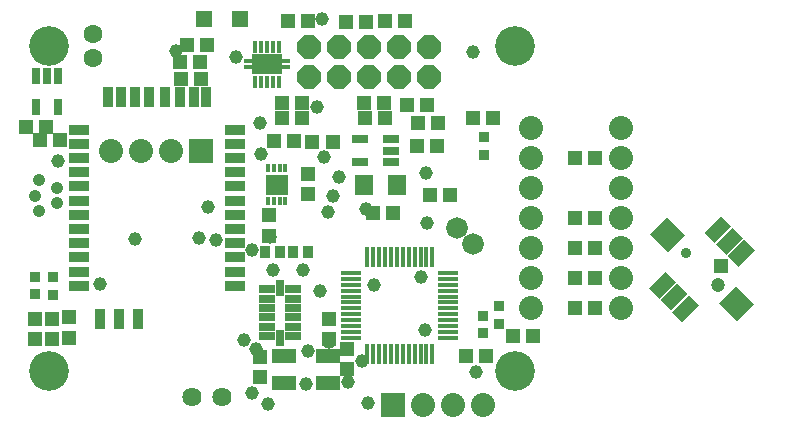
<source format=gts>
G75*
G70*
%OFA0B0*%
%FSLAX24Y24*%
%IPPOS*%
%LPD*%
%AMOC8*
5,1,8,0,0,1.08239X$1,22.5*
%
%ADD10C,0.1320*%
%ADD11R,0.0690X0.0178*%
%ADD12R,0.0178X0.0690*%
%ADD13C,0.0420*%
%ADD14R,0.0277X0.0532*%
%ADD15C,0.0630*%
%ADD16R,0.0493X0.0454*%
%ADD17R,0.0177X0.0395*%
%ADD18R,0.1005X0.0710*%
%ADD19R,0.0336X0.0170*%
%ADD20R,0.0572X0.0572*%
%ADD21R,0.0118X0.0315*%
%ADD22R,0.0740X0.0681*%
%ADD23R,0.0454X0.0493*%
%ADD24R,0.0532X0.0277*%
%ADD25R,0.0611X0.0690*%
%ADD26OC8,0.0800*%
%ADD27R,0.0532X0.0257*%
%ADD28R,0.0257X0.0532*%
%ADD29R,0.0800X0.0800*%
%ADD30C,0.0800*%
%ADD31R,0.0336X0.0414*%
%ADD32R,0.0808X0.0493*%
%ADD33R,0.0690X0.0375*%
%ADD34R,0.0375X0.0690*%
%ADD35R,0.0375X0.0375*%
%ADD36C,0.0720*%
%ADD37R,0.0788X0.0493*%
%ADD38R,0.0808X0.0847*%
%ADD39C,0.0355*%
%ADD40C,0.0473*%
%ADD41C,0.0585*%
%ADD42C,0.0640*%
%ADD43C,0.0456*%
%ADD44R,0.0456X0.0456*%
D10*
X001404Y002268D03*
X001404Y013094D03*
X016955Y013094D03*
X016955Y002268D03*
D11*
X014715Y003356D03*
X014715Y003553D03*
X014715Y003749D03*
X014715Y003946D03*
X014715Y004143D03*
X014715Y004340D03*
X014715Y004537D03*
X014715Y004734D03*
X014715Y004931D03*
X014715Y005127D03*
X014715Y005324D03*
X014715Y005521D03*
X011487Y005521D03*
X011487Y005324D03*
X011487Y005127D03*
X011487Y004931D03*
X011487Y004734D03*
X011487Y004537D03*
X011487Y004340D03*
X011487Y004143D03*
X011487Y003946D03*
X011487Y003749D03*
X011487Y003553D03*
X011487Y003356D03*
D12*
X012018Y002824D03*
X012215Y002824D03*
X012412Y002824D03*
X012609Y002824D03*
X012806Y002824D03*
X013003Y002824D03*
X013199Y002824D03*
X013396Y002824D03*
X013593Y002824D03*
X013790Y002824D03*
X013987Y002824D03*
X014184Y002824D03*
X014184Y006053D03*
X013987Y006053D03*
X013790Y006053D03*
X013593Y006053D03*
X013396Y006053D03*
X013199Y006053D03*
X013003Y006053D03*
X012806Y006053D03*
X012609Y006053D03*
X012412Y006053D03*
X012215Y006053D03*
X012018Y006053D03*
D13*
X001680Y007845D03*
X001680Y008357D03*
X001070Y008613D03*
X000952Y008101D03*
X001070Y007590D03*
D14*
X000965Y011068D03*
X001713Y011068D03*
X001713Y012092D03*
X001339Y012092D03*
X000965Y012092D03*
D15*
X002869Y012688D03*
X002869Y013475D03*
D16*
X005787Y012568D03*
X006014Y013107D03*
X006683Y013107D03*
X006456Y012568D03*
X006486Y011990D03*
X005817Y011990D03*
X008893Y009918D03*
X009562Y009918D03*
X010188Y009886D03*
X010857Y009886D03*
X009833Y010678D03*
X009852Y011197D03*
X009183Y011197D03*
X009163Y010678D03*
X011931Y010687D03*
X011919Y011194D03*
X012589Y011194D03*
X012600Y010687D03*
X013334Y011119D03*
X014003Y011119D03*
X013702Y010517D03*
X014371Y010517D03*
X014354Y009768D03*
X013685Y009768D03*
X014112Y008120D03*
X014781Y008120D03*
X012861Y007534D03*
X012192Y007534D03*
X015526Y010694D03*
X016196Y010694D03*
X018926Y009344D03*
X019596Y009344D03*
X019596Y007344D03*
X018926Y007344D03*
X018926Y006344D03*
X019596Y006344D03*
X019596Y005344D03*
X018926Y005344D03*
X018926Y004344D03*
X019596Y004344D03*
X017527Y003403D03*
X016857Y003403D03*
X015967Y002743D03*
X015298Y002743D03*
X001774Y009941D03*
X001313Y010399D03*
X001104Y009941D03*
X000643Y010399D03*
X009359Y013929D03*
X010028Y013929D03*
X011305Y013893D03*
X011974Y013893D03*
X012595Y013903D03*
X013265Y013903D03*
D17*
X009066Y013062D03*
X008869Y013062D03*
X008673Y013062D03*
X008476Y013062D03*
X008279Y013062D03*
X008279Y011901D03*
X008476Y011901D03*
X008673Y011901D03*
X008869Y011901D03*
X009066Y011901D03*
D18*
X008673Y012481D03*
D19*
X008082Y012383D03*
X008082Y012580D03*
X009263Y012580D03*
X009263Y012383D03*
D20*
X007767Y013990D03*
X006586Y013990D03*
D21*
X008697Y009014D03*
X008894Y009014D03*
X009091Y009014D03*
X009288Y009014D03*
X009288Y009014D03*
X009288Y007911D03*
X009091Y007911D03*
X008894Y007911D03*
X008697Y007911D03*
D22*
X008993Y008462D03*
D23*
X008739Y007437D03*
X008739Y006768D03*
X010047Y008158D03*
X010047Y008827D03*
X010739Y003988D03*
X010739Y003319D03*
X011354Y002984D03*
X011354Y002315D03*
X008426Y002059D03*
X008426Y002728D03*
X002079Y003369D03*
X001520Y003325D03*
X000932Y003320D03*
X000932Y003990D03*
X001520Y003994D03*
X002079Y004038D03*
D24*
X011789Y009225D03*
X011789Y009973D03*
X012813Y009973D03*
X012813Y009599D03*
X012813Y009225D03*
D25*
X012993Y008462D03*
X011891Y008462D03*
D26*
X012061Y012047D03*
X013061Y012047D03*
X013061Y013047D03*
X012061Y013047D03*
X011061Y013047D03*
X010061Y013047D03*
X010061Y012047D03*
X011061Y012047D03*
X014061Y012047D03*
X014061Y013047D03*
D27*
X009545Y004982D03*
X009545Y004667D03*
X009545Y004352D03*
X009545Y004037D03*
X009545Y003723D03*
X009545Y003408D03*
X008679Y003408D03*
X008679Y003723D03*
X008679Y004037D03*
X008679Y004352D03*
X008679Y004667D03*
X008679Y004982D03*
D28*
X009112Y005022D03*
X009112Y003368D03*
D29*
X012888Y001125D03*
X006461Y009594D03*
D30*
X005461Y009594D03*
X004461Y009594D03*
X003461Y009594D03*
X013888Y001125D03*
X014888Y001125D03*
X015888Y001125D03*
X017461Y004344D03*
X017461Y005344D03*
X017461Y006344D03*
X017461Y007344D03*
X017461Y008344D03*
X017461Y009344D03*
X017461Y010344D03*
X020461Y010344D03*
X020461Y009344D03*
X020461Y008344D03*
X020461Y007344D03*
X020461Y006344D03*
X020461Y005344D03*
X020461Y004344D03*
D31*
X010048Y006224D03*
X009536Y006224D03*
X009105Y006234D03*
X008593Y006234D03*
D32*
X009240Y002743D03*
X009240Y001838D03*
X010696Y001838D03*
X010696Y002743D03*
D33*
X007610Y005096D03*
X007610Y005568D03*
X007610Y006041D03*
X007610Y006513D03*
X007610Y006986D03*
X007610Y007458D03*
X007610Y007931D03*
X007610Y008403D03*
X007610Y008876D03*
X007610Y009348D03*
X007610Y009820D03*
X007610Y010293D03*
X002413Y010293D03*
X002413Y009820D03*
X002413Y009348D03*
X002413Y008876D03*
X002413Y008403D03*
X002413Y007931D03*
X002413Y007458D03*
X002413Y006986D03*
X002413Y006513D03*
X002413Y006041D03*
X002413Y005568D03*
X002413Y005096D03*
D34*
X003121Y003994D03*
X003751Y003994D03*
X004381Y003994D03*
X004263Y011395D03*
X003791Y011395D03*
X003388Y011395D03*
X004736Y011395D03*
X005287Y011395D03*
X005759Y011395D03*
X006232Y011395D03*
X006634Y011395D03*
D35*
X001535Y005382D03*
X000929Y005393D03*
X000929Y004803D03*
X001535Y004791D03*
X015889Y004095D03*
X016394Y003831D03*
X015889Y003504D03*
X016394Y004421D03*
X015911Y009449D03*
X015911Y010040D03*
D36*
X015001Y007019D03*
X015532Y006484D03*
D37*
G36*
X022298Y005220D02*
X021742Y004664D01*
X021394Y005012D01*
X021950Y005568D01*
X022298Y005220D01*
G37*
G36*
X022687Y004830D02*
X022131Y004274D01*
X021783Y004622D01*
X022339Y005178D01*
X022687Y004830D01*
G37*
G36*
X023077Y004440D02*
X022521Y003884D01*
X022173Y004232D01*
X022729Y004788D01*
X023077Y004440D01*
G37*
G36*
X024928Y006291D02*
X024372Y005735D01*
X024024Y006083D01*
X024580Y006639D01*
X024928Y006291D01*
G37*
G36*
X024539Y006681D02*
X023983Y006125D01*
X023635Y006473D01*
X024191Y007029D01*
X024539Y006681D01*
G37*
G36*
X024149Y007071D02*
X023593Y006515D01*
X023245Y006863D01*
X023801Y007419D01*
X024149Y007071D01*
G37*
D38*
G36*
X022595Y006788D02*
X022024Y006217D01*
X021427Y006814D01*
X021998Y007385D01*
X022595Y006788D01*
G37*
G36*
X024895Y004489D02*
X024324Y003918D01*
X023727Y004515D01*
X024298Y005086D01*
X024895Y004489D01*
G37*
D39*
X022632Y006180D03*
D40*
X023690Y005123D03*
D41*
X007161Y001394D03*
X006161Y001394D03*
D42*
X006161Y001394D03*
X007161Y001394D03*
D43*
X008171Y001516D03*
X008699Y001166D03*
X009962Y001804D03*
X011384Y001901D03*
X012050Y001177D03*
X011830Y002576D03*
X010730Y003232D03*
X010030Y002932D03*
X008323Y002980D03*
X007908Y003291D03*
X008884Y005635D03*
X008183Y006274D03*
X008780Y006714D03*
X009859Y005635D03*
X010452Y004916D03*
X012230Y005110D03*
X013790Y005375D03*
X013952Y003605D03*
X015630Y002232D03*
X014009Y007199D03*
X013975Y008864D03*
X011975Y007648D03*
X010859Y008096D03*
X010710Y007566D03*
X011063Y008703D03*
X010569Y009387D03*
X008991Y008424D03*
X008458Y009478D03*
X008441Y010524D03*
X010330Y011043D03*
X007641Y012724D03*
X005650Y012932D03*
X010519Y014002D03*
X015525Y012875D03*
X006981Y006614D03*
X006411Y006694D03*
X006707Y007711D03*
X004261Y006644D03*
X003111Y005144D03*
X001720Y009246D03*
D44*
X023811Y005744D03*
M02*

</source>
